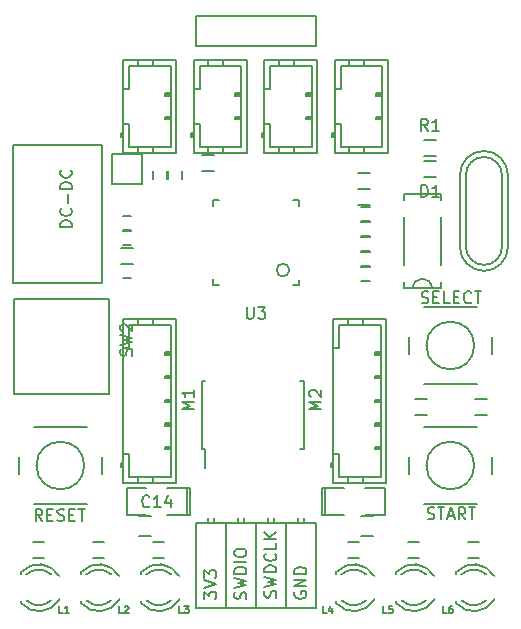
<source format=gbr>
G04 #@! TF.FileFunction,Legend,Top*
%FSLAX46Y46*%
G04 Gerber Fmt 4.6, Leading zero omitted, Abs format (unit mm)*
G04 Created by KiCad (PCBNEW 4.0.4+dfsg1-stable) date Mon Jul 31 00:00:22 2017*
%MOMM*%
%LPD*%
G01*
G04 APERTURE LIST*
%ADD10C,0.100000*%
%ADD11C,0.150000*%
G04 APERTURE END LIST*
D10*
D11*
X73914000Y-45974000D02*
X73914000Y-39878000D01*
X77978000Y-39878000D02*
X77978000Y-45974000D01*
X73914000Y-45974000D02*
G75*
G03X75946000Y-48006000I2032000J0D01*
G01*
X75946000Y-48006000D02*
G75*
G03X77978000Y-45974000I0J2032000D01*
G01*
X75946000Y-37846000D02*
G75*
G03X73914000Y-39878000I0J-2032000D01*
G01*
X77978000Y-39878000D02*
G75*
G03X75946000Y-37846000I-2032000J0D01*
G01*
X77470000Y-45974000D02*
X77470000Y-39878000D01*
X74422000Y-39878000D02*
X74422000Y-45974000D01*
X75946000Y-38354000D02*
G75*
G03X74422000Y-39878000I0J-1524000D01*
G01*
X77470000Y-39878000D02*
G75*
G03X75946000Y-38354000I-1524000J0D01*
G01*
X74422000Y-45974000D02*
G75*
G03X75946000Y-47498000I1524000J0D01*
G01*
X75946000Y-47498000D02*
G75*
G03X77470000Y-45974000I0J1524000D01*
G01*
X44180000Y-58396000D02*
X44180000Y-50396000D01*
X44180000Y-50396000D02*
X36180000Y-50396000D01*
X36180000Y-50396000D02*
X36180000Y-58396000D01*
X36180000Y-58396000D02*
X44180000Y-58396000D01*
X61722000Y-28956000D02*
X51562000Y-28956000D01*
X51562000Y-28956000D02*
X51562000Y-26416000D01*
X51562000Y-26416000D02*
X61722000Y-26416000D01*
X61722000Y-28956000D02*
X61722000Y-26416000D01*
X45370000Y-47406000D02*
X46070000Y-47406000D01*
X46070000Y-48606000D02*
X45370000Y-48606000D01*
X61855000Y-38018000D02*
X57355000Y-38018000D01*
X57355000Y-38018000D02*
X57355000Y-30118000D01*
X57355000Y-30118000D02*
X61855000Y-30118000D01*
X61855000Y-30118000D02*
X61855000Y-38018000D01*
X57355000Y-35568000D02*
X57855000Y-35568000D01*
X57855000Y-35568000D02*
X57855000Y-37518000D01*
X57855000Y-37518000D02*
X61355000Y-37518000D01*
X61355000Y-37518000D02*
X61355000Y-30618000D01*
X61355000Y-30618000D02*
X57855000Y-30618000D01*
X57855000Y-30618000D02*
X57855000Y-32568000D01*
X57855000Y-32568000D02*
X57355000Y-32568000D01*
X58555000Y-38018000D02*
X58555000Y-37518000D01*
X59855000Y-38018000D02*
X59855000Y-37518000D01*
X58555000Y-30618000D02*
X58555000Y-30118000D01*
X59855000Y-30618000D02*
X59855000Y-30118000D01*
X57355000Y-36368000D02*
X57155000Y-36368000D01*
X57155000Y-36368000D02*
X57155000Y-36668000D01*
X57155000Y-36668000D02*
X57355000Y-36668000D01*
X57255000Y-36368000D02*
X57255000Y-36668000D01*
X61355000Y-35168000D02*
X60855000Y-35168000D01*
X60855000Y-35168000D02*
X60855000Y-34968000D01*
X60855000Y-34968000D02*
X61355000Y-34968000D01*
X61355000Y-35068000D02*
X60855000Y-35068000D01*
X61355000Y-33168000D02*
X60855000Y-33168000D01*
X60855000Y-33168000D02*
X60855000Y-32968000D01*
X60855000Y-32968000D02*
X61355000Y-32968000D01*
X61355000Y-33068000D02*
X60855000Y-33068000D01*
X42095564Y-64480000D02*
G75*
G03X42095564Y-64480000I-2015564J0D01*
G01*
X37830000Y-67730000D02*
X42330000Y-67730000D01*
X36580000Y-63730000D02*
X36580000Y-65230000D01*
X42330000Y-61230000D02*
X37830000Y-61230000D01*
X43580000Y-65230000D02*
X43580000Y-63730000D01*
X46990000Y-38100000D02*
X46990000Y-40640000D01*
X46990000Y-40640000D02*
X44450000Y-40640000D01*
X44450000Y-40640000D02*
X44450000Y-38100000D01*
X44450000Y-38100000D02*
X46990000Y-38100000D01*
X61722000Y-76581000D02*
X51562000Y-76581000D01*
X60706000Y-69342000D02*
X60706000Y-68961000D01*
X60198000Y-69342000D02*
X60198000Y-68961000D01*
X58166000Y-69342000D02*
X58166000Y-68961000D01*
X57658000Y-69342000D02*
X57658000Y-68961000D01*
X55626000Y-69342000D02*
X55626000Y-68961000D01*
X55118000Y-69342000D02*
X55118000Y-68961000D01*
X52578000Y-69342000D02*
X52578000Y-68961000D01*
X53086000Y-69342000D02*
X53086000Y-68961000D01*
X61722000Y-69342000D02*
X61722000Y-76568000D01*
X59182000Y-69342000D02*
X59182000Y-76568000D01*
X59182000Y-69342000D02*
X56642000Y-69342000D01*
X56642000Y-69342000D02*
X56642000Y-76568000D01*
X59182000Y-69342000D02*
X59182000Y-71882000D01*
X61722000Y-69342000D02*
X59182000Y-69342000D01*
X54102000Y-69342000D02*
X51562000Y-69342000D01*
X51562000Y-69342000D02*
X51562000Y-76568000D01*
X54102000Y-69342000D02*
X54102000Y-76568000D01*
X56642000Y-69342000D02*
X54102000Y-69342000D01*
X56642000Y-69342000D02*
X56642000Y-71882000D01*
X63428000Y-76117000D02*
X63428000Y-75917000D01*
X63428000Y-73523000D02*
X63428000Y-73703000D01*
X66655744Y-73833357D02*
G75*
G03X63428000Y-73517000I-1727744J-1003643D01*
G01*
X65980006Y-73703932D02*
G75*
G03X63877000Y-73703000I-1052006J-1133068D01*
G01*
X63440780Y-76143726D02*
G75*
G03X66678000Y-75797000I1497220J1306726D01*
G01*
X63914111Y-75916253D02*
G75*
G03X65962000Y-75897000I1013889J1079253D01*
G01*
X52063000Y-63073000D02*
X52288000Y-63073000D01*
X52063000Y-57323000D02*
X52363000Y-57323000D01*
X60713000Y-57323000D02*
X60413000Y-57323000D01*
X60713000Y-63073000D02*
X60413000Y-63073000D01*
X52063000Y-63073000D02*
X52063000Y-57323000D01*
X60713000Y-63073000D02*
X60713000Y-57323000D01*
X52288000Y-63073000D02*
X52288000Y-64673000D01*
X59468011Y-47929800D02*
G75*
G03X59468011Y-47929800I-540011J0D01*
G01*
X60267000Y-49218000D02*
X60267000Y-48768000D01*
X53017000Y-49218000D02*
X53017000Y-48693000D01*
X53017000Y-41968000D02*
X53017000Y-42493000D01*
X60267000Y-41968000D02*
X60267000Y-42493000D01*
X60267000Y-49218000D02*
X59742000Y-49218000D01*
X60267000Y-41968000D02*
X59742000Y-41968000D01*
X53017000Y-41968000D02*
X53542000Y-41968000D01*
X53017000Y-49218000D02*
X53542000Y-49218000D01*
X71539000Y-49466000D02*
G75*
G03X69939000Y-49466000I-800000J0D01*
G01*
X72339000Y-48966000D02*
X72339000Y-49466000D01*
X72339000Y-49466000D02*
X69139000Y-49466000D01*
X72339000Y-43466000D02*
X72339000Y-47466000D01*
X69139000Y-41466000D02*
X72339000Y-41466000D01*
X72339000Y-41466000D02*
X72339000Y-41966000D01*
X69139000Y-41966000D02*
X69139000Y-41466000D01*
X69139000Y-47466000D02*
X69139000Y-43466000D01*
X69139000Y-49466000D02*
X69139000Y-48966000D01*
X36100000Y-49030000D02*
X43600000Y-49030000D01*
X36100000Y-37330000D02*
X43600000Y-37330000D01*
X43600000Y-37330000D02*
X43600000Y-49030000D01*
X36100000Y-37330000D02*
X36100000Y-49030000D01*
X45220000Y-46061000D02*
X46220000Y-46061000D01*
X46220000Y-47411000D02*
X45220000Y-47411000D01*
X38727000Y-72303000D02*
X37727000Y-72303000D01*
X37727000Y-70953000D02*
X38727000Y-70953000D01*
X43807000Y-72303000D02*
X42807000Y-72303000D01*
X42807000Y-70953000D02*
X43807000Y-70953000D01*
X48887000Y-72303000D02*
X47887000Y-72303000D01*
X47887000Y-70953000D02*
X48887000Y-70953000D01*
X65397000Y-72303000D02*
X64397000Y-72303000D01*
X64397000Y-70953000D02*
X65397000Y-70953000D01*
X76192000Y-60238000D02*
X75192000Y-60238000D01*
X75192000Y-58888000D02*
X76192000Y-58888000D01*
X70112000Y-58888000D02*
X71112000Y-58888000D01*
X71112000Y-60238000D02*
X70112000Y-60238000D01*
X66286000Y-41061000D02*
X65286000Y-41061000D01*
X65286000Y-39711000D02*
X66286000Y-39711000D01*
X75115564Y-54320000D02*
G75*
G03X75115564Y-54320000I-2015564J0D01*
G01*
X70850000Y-57570000D02*
X75350000Y-57570000D01*
X69600000Y-53570000D02*
X69600000Y-55070000D01*
X75350000Y-51070000D02*
X70850000Y-51070000D01*
X76600000Y-55070000D02*
X76600000Y-53570000D01*
X75115564Y-64480000D02*
G75*
G03X75115564Y-64480000I-2015564J0D01*
G01*
X70850000Y-67730000D02*
X75350000Y-67730000D01*
X69600000Y-63730000D02*
X69600000Y-65230000D01*
X75350000Y-61230000D02*
X70850000Y-61230000D01*
X76600000Y-65230000D02*
X76600000Y-63730000D01*
X49917000Y-65958000D02*
X45417000Y-65958000D01*
X45417000Y-65958000D02*
X45417000Y-52058000D01*
X45417000Y-52058000D02*
X49917000Y-52058000D01*
X49917000Y-52058000D02*
X49917000Y-65958000D01*
X45417000Y-63508000D02*
X45917000Y-63508000D01*
X45917000Y-63508000D02*
X45917000Y-65458000D01*
X45917000Y-65458000D02*
X49417000Y-65458000D01*
X49417000Y-65458000D02*
X49417000Y-52558000D01*
X49417000Y-52558000D02*
X45917000Y-52558000D01*
X45917000Y-52558000D02*
X45917000Y-54508000D01*
X45917000Y-54508000D02*
X45417000Y-54508000D01*
X46617000Y-65958000D02*
X46617000Y-65458000D01*
X47917000Y-65958000D02*
X47917000Y-65458000D01*
X46617000Y-52558000D02*
X46617000Y-52058000D01*
X47917000Y-52558000D02*
X47917000Y-52058000D01*
X45417000Y-64308000D02*
X45217000Y-64308000D01*
X45217000Y-64308000D02*
X45217000Y-64608000D01*
X45217000Y-64608000D02*
X45417000Y-64608000D01*
X45317000Y-64308000D02*
X45317000Y-64608000D01*
X49417000Y-63108000D02*
X48917000Y-63108000D01*
X48917000Y-63108000D02*
X48917000Y-62908000D01*
X48917000Y-62908000D02*
X49417000Y-62908000D01*
X49417000Y-63008000D02*
X48917000Y-63008000D01*
X49417000Y-61108000D02*
X48917000Y-61108000D01*
X48917000Y-61108000D02*
X48917000Y-60908000D01*
X48917000Y-60908000D02*
X49417000Y-60908000D01*
X49417000Y-61008000D02*
X48917000Y-61008000D01*
X49417000Y-59108000D02*
X48917000Y-59108000D01*
X48917000Y-59108000D02*
X48917000Y-58908000D01*
X48917000Y-58908000D02*
X49417000Y-58908000D01*
X49417000Y-59008000D02*
X48917000Y-59008000D01*
X49417000Y-57108000D02*
X48917000Y-57108000D01*
X48917000Y-57108000D02*
X48917000Y-56908000D01*
X48917000Y-56908000D02*
X49417000Y-56908000D01*
X49417000Y-57008000D02*
X48917000Y-57008000D01*
X49417000Y-55108000D02*
X48917000Y-55108000D01*
X48917000Y-55108000D02*
X48917000Y-54908000D01*
X48917000Y-54908000D02*
X49417000Y-54908000D01*
X49417000Y-55008000D02*
X48917000Y-55008000D01*
X67697000Y-65958000D02*
X63197000Y-65958000D01*
X63197000Y-65958000D02*
X63197000Y-52058000D01*
X63197000Y-52058000D02*
X67697000Y-52058000D01*
X67697000Y-52058000D02*
X67697000Y-65958000D01*
X63197000Y-63508000D02*
X63697000Y-63508000D01*
X63697000Y-63508000D02*
X63697000Y-65458000D01*
X63697000Y-65458000D02*
X67197000Y-65458000D01*
X67197000Y-65458000D02*
X67197000Y-52558000D01*
X67197000Y-52558000D02*
X63697000Y-52558000D01*
X63697000Y-52558000D02*
X63697000Y-54508000D01*
X63697000Y-54508000D02*
X63197000Y-54508000D01*
X64397000Y-65958000D02*
X64397000Y-65458000D01*
X65697000Y-65958000D02*
X65697000Y-65458000D01*
X64397000Y-52558000D02*
X64397000Y-52058000D01*
X65697000Y-52558000D02*
X65697000Y-52058000D01*
X63197000Y-64308000D02*
X62997000Y-64308000D01*
X62997000Y-64308000D02*
X62997000Y-64608000D01*
X62997000Y-64608000D02*
X63197000Y-64608000D01*
X63097000Y-64308000D02*
X63097000Y-64608000D01*
X67197000Y-63108000D02*
X66697000Y-63108000D01*
X66697000Y-63108000D02*
X66697000Y-62908000D01*
X66697000Y-62908000D02*
X67197000Y-62908000D01*
X67197000Y-63008000D02*
X66697000Y-63008000D01*
X67197000Y-61108000D02*
X66697000Y-61108000D01*
X66697000Y-61108000D02*
X66697000Y-60908000D01*
X66697000Y-60908000D02*
X67197000Y-60908000D01*
X67197000Y-61008000D02*
X66697000Y-61008000D01*
X67197000Y-59108000D02*
X66697000Y-59108000D01*
X66697000Y-59108000D02*
X66697000Y-58908000D01*
X66697000Y-58908000D02*
X67197000Y-58908000D01*
X67197000Y-59008000D02*
X66697000Y-59008000D01*
X67197000Y-57108000D02*
X66697000Y-57108000D01*
X66697000Y-57108000D02*
X66697000Y-56908000D01*
X66697000Y-56908000D02*
X67197000Y-56908000D01*
X67197000Y-57008000D02*
X66697000Y-57008000D01*
X67197000Y-55108000D02*
X66697000Y-55108000D01*
X66697000Y-55108000D02*
X66697000Y-54908000D01*
X66697000Y-54908000D02*
X67197000Y-54908000D01*
X67197000Y-55008000D02*
X66697000Y-55008000D01*
X55886000Y-38018000D02*
X51386000Y-38018000D01*
X51386000Y-38018000D02*
X51386000Y-30118000D01*
X51386000Y-30118000D02*
X55886000Y-30118000D01*
X55886000Y-30118000D02*
X55886000Y-38018000D01*
X51386000Y-35568000D02*
X51886000Y-35568000D01*
X51886000Y-35568000D02*
X51886000Y-37518000D01*
X51886000Y-37518000D02*
X55386000Y-37518000D01*
X55386000Y-37518000D02*
X55386000Y-30618000D01*
X55386000Y-30618000D02*
X51886000Y-30618000D01*
X51886000Y-30618000D02*
X51886000Y-32568000D01*
X51886000Y-32568000D02*
X51386000Y-32568000D01*
X52586000Y-38018000D02*
X52586000Y-37518000D01*
X53886000Y-38018000D02*
X53886000Y-37518000D01*
X52586000Y-30618000D02*
X52586000Y-30118000D01*
X53886000Y-30618000D02*
X53886000Y-30118000D01*
X51386000Y-36368000D02*
X51186000Y-36368000D01*
X51186000Y-36368000D02*
X51186000Y-36668000D01*
X51186000Y-36668000D02*
X51386000Y-36668000D01*
X51286000Y-36368000D02*
X51286000Y-36668000D01*
X55386000Y-35168000D02*
X54886000Y-35168000D01*
X54886000Y-35168000D02*
X54886000Y-34968000D01*
X54886000Y-34968000D02*
X55386000Y-34968000D01*
X55386000Y-35068000D02*
X54886000Y-35068000D01*
X55386000Y-33168000D02*
X54886000Y-33168000D01*
X54886000Y-33168000D02*
X54886000Y-32968000D01*
X54886000Y-32968000D02*
X55386000Y-32968000D01*
X55386000Y-33068000D02*
X54886000Y-33068000D01*
X67824000Y-38018000D02*
X63324000Y-38018000D01*
X63324000Y-38018000D02*
X63324000Y-30118000D01*
X63324000Y-30118000D02*
X67824000Y-30118000D01*
X67824000Y-30118000D02*
X67824000Y-38018000D01*
X63324000Y-35568000D02*
X63824000Y-35568000D01*
X63824000Y-35568000D02*
X63824000Y-37518000D01*
X63824000Y-37518000D02*
X67324000Y-37518000D01*
X67324000Y-37518000D02*
X67324000Y-30618000D01*
X67324000Y-30618000D02*
X63824000Y-30618000D01*
X63824000Y-30618000D02*
X63824000Y-32568000D01*
X63824000Y-32568000D02*
X63324000Y-32568000D01*
X64524000Y-38018000D02*
X64524000Y-37518000D01*
X65824000Y-38018000D02*
X65824000Y-37518000D01*
X64524000Y-30618000D02*
X64524000Y-30118000D01*
X65824000Y-30618000D02*
X65824000Y-30118000D01*
X63324000Y-36368000D02*
X63124000Y-36368000D01*
X63124000Y-36368000D02*
X63124000Y-36668000D01*
X63124000Y-36668000D02*
X63324000Y-36668000D01*
X63224000Y-36368000D02*
X63224000Y-36668000D01*
X67324000Y-35168000D02*
X66824000Y-35168000D01*
X66824000Y-35168000D02*
X66824000Y-34968000D01*
X66824000Y-34968000D02*
X67324000Y-34968000D01*
X67324000Y-35068000D02*
X66824000Y-35068000D01*
X67324000Y-33168000D02*
X66824000Y-33168000D01*
X66824000Y-33168000D02*
X66824000Y-32968000D01*
X66824000Y-32968000D02*
X67324000Y-32968000D01*
X67324000Y-33068000D02*
X66824000Y-33068000D01*
X49917000Y-38018000D02*
X45417000Y-38018000D01*
X45417000Y-38018000D02*
X45417000Y-30118000D01*
X45417000Y-30118000D02*
X49917000Y-30118000D01*
X49917000Y-30118000D02*
X49917000Y-38018000D01*
X45417000Y-35568000D02*
X45917000Y-35568000D01*
X45917000Y-35568000D02*
X45917000Y-37518000D01*
X45917000Y-37518000D02*
X49417000Y-37518000D01*
X49417000Y-37518000D02*
X49417000Y-30618000D01*
X49417000Y-30618000D02*
X45917000Y-30618000D01*
X45917000Y-30618000D02*
X45917000Y-32568000D01*
X45917000Y-32568000D02*
X45417000Y-32568000D01*
X46617000Y-38018000D02*
X46617000Y-37518000D01*
X47917000Y-38018000D02*
X47917000Y-37518000D01*
X46617000Y-30618000D02*
X46617000Y-30118000D01*
X47917000Y-30618000D02*
X47917000Y-30118000D01*
X45417000Y-36368000D02*
X45217000Y-36368000D01*
X45217000Y-36368000D02*
X45217000Y-36668000D01*
X45217000Y-36668000D02*
X45417000Y-36668000D01*
X45317000Y-36368000D02*
X45317000Y-36668000D01*
X49417000Y-35168000D02*
X48917000Y-35168000D01*
X48917000Y-35168000D02*
X48917000Y-34968000D01*
X48917000Y-34968000D02*
X49417000Y-34968000D01*
X49417000Y-35068000D02*
X48917000Y-35068000D01*
X49417000Y-33168000D02*
X48917000Y-33168000D01*
X48917000Y-33168000D02*
X48917000Y-32968000D01*
X48917000Y-32968000D02*
X49417000Y-32968000D01*
X49417000Y-33068000D02*
X48917000Y-33068000D01*
X46918000Y-76117000D02*
X46918000Y-75917000D01*
X46918000Y-73523000D02*
X46918000Y-73703000D01*
X50145744Y-73833357D02*
G75*
G03X46918000Y-73517000I-1727744J-1003643D01*
G01*
X49470006Y-73703932D02*
G75*
G03X47367000Y-73703000I-1052006J-1133068D01*
G01*
X46930780Y-76143726D02*
G75*
G03X50168000Y-75797000I1497220J1306726D01*
G01*
X47404111Y-75916253D02*
G75*
G03X49452000Y-75897000I1013889J1079253D01*
G01*
X41838000Y-76117000D02*
X41838000Y-75917000D01*
X41838000Y-73523000D02*
X41838000Y-73703000D01*
X45065744Y-73833357D02*
G75*
G03X41838000Y-73517000I-1727744J-1003643D01*
G01*
X44390006Y-73703932D02*
G75*
G03X42287000Y-73703000I-1052006J-1133068D01*
G01*
X41850780Y-76143726D02*
G75*
G03X45088000Y-75797000I1497220J1306726D01*
G01*
X42324111Y-75916253D02*
G75*
G03X44372000Y-75897000I1013889J1079253D01*
G01*
X36758000Y-76117000D02*
X36758000Y-75917000D01*
X36758000Y-73523000D02*
X36758000Y-73703000D01*
X39985744Y-73833357D02*
G75*
G03X36758000Y-73517000I-1727744J-1003643D01*
G01*
X39310006Y-73703932D02*
G75*
G03X37207000Y-73703000I-1052006J-1133068D01*
G01*
X36770780Y-76143726D02*
G75*
G03X40008000Y-75797000I1497220J1306726D01*
G01*
X37244111Y-75916253D02*
G75*
G03X39292000Y-75897000I1013889J1079253D01*
G01*
X68508000Y-76117000D02*
X68508000Y-75917000D01*
X68508000Y-73523000D02*
X68508000Y-73703000D01*
X71735744Y-73833357D02*
G75*
G03X68508000Y-73517000I-1727744J-1003643D01*
G01*
X71060006Y-73703932D02*
G75*
G03X68957000Y-73703000I-1052006J-1133068D01*
G01*
X68520780Y-76143726D02*
G75*
G03X71758000Y-75797000I1497220J1306726D01*
G01*
X68994111Y-75916253D02*
G75*
G03X71042000Y-75897000I1013889J1079253D01*
G01*
X73588000Y-76117000D02*
X73588000Y-75917000D01*
X73588000Y-73523000D02*
X73588000Y-73703000D01*
X76815744Y-73833357D02*
G75*
G03X73588000Y-73517000I-1727744J-1003643D01*
G01*
X76140006Y-73703932D02*
G75*
G03X74037000Y-73703000I-1052006J-1133068D01*
G01*
X73600780Y-76143726D02*
G75*
G03X76838000Y-75797000I1497220J1306726D01*
G01*
X74074111Y-75916253D02*
G75*
G03X76122000Y-75897000I1013889J1079253D01*
G01*
X70477000Y-72303000D02*
X69477000Y-72303000D01*
X69477000Y-70953000D02*
X70477000Y-70953000D01*
X75557000Y-72303000D02*
X74557000Y-72303000D01*
X74557000Y-70953000D02*
X75557000Y-70953000D01*
X65563000Y-42580000D02*
X66263000Y-42580000D01*
X66263000Y-43780000D02*
X65563000Y-43780000D01*
X65563000Y-46390000D02*
X66263000Y-46390000D01*
X66263000Y-47590000D02*
X65563000Y-47590000D01*
X65563000Y-45120000D02*
X66263000Y-45120000D01*
X66263000Y-46320000D02*
X65563000Y-46320000D01*
X62484000Y-66421000D02*
X62230000Y-66421000D01*
X62230000Y-66421000D02*
X62230000Y-68707000D01*
X62230000Y-68707000D02*
X62484000Y-68707000D01*
X62484000Y-66421000D02*
X62484000Y-68707000D01*
X62484000Y-68707000D02*
X64135000Y-68707000D01*
X65913000Y-66421000D02*
X67564000Y-66421000D01*
X67564000Y-66421000D02*
X67564000Y-68707000D01*
X67564000Y-68707000D02*
X65913000Y-68707000D01*
X64135000Y-66421000D02*
X62484000Y-66421000D01*
X50800000Y-68707000D02*
X51054000Y-68707000D01*
X51054000Y-68707000D02*
X51054000Y-66421000D01*
X51054000Y-66421000D02*
X50800000Y-66421000D01*
X50800000Y-68707000D02*
X50800000Y-66421000D01*
X50800000Y-66421000D02*
X49149000Y-66421000D01*
X47371000Y-68707000D02*
X45720000Y-68707000D01*
X45720000Y-68707000D02*
X45720000Y-66421000D01*
X45720000Y-66421000D02*
X47371000Y-66421000D01*
X49149000Y-68707000D02*
X50800000Y-68707000D01*
X45370000Y-44612000D02*
X46070000Y-44612000D01*
X46070000Y-45812000D02*
X45370000Y-45812000D01*
X45370000Y-43342000D02*
X46070000Y-43342000D01*
X46070000Y-44542000D02*
X45370000Y-44542000D01*
X66263000Y-48860000D02*
X65563000Y-48860000D01*
X65563000Y-47660000D02*
X66263000Y-47660000D01*
X49184000Y-40228000D02*
X49184000Y-39528000D01*
X50384000Y-39528000D02*
X50384000Y-40228000D01*
X47914000Y-40228000D02*
X47914000Y-39528000D01*
X49114000Y-39528000D02*
X49114000Y-40228000D01*
X65563000Y-43850000D02*
X66263000Y-43850000D01*
X66263000Y-45050000D02*
X65563000Y-45050000D01*
X65286000Y-41108000D02*
X66286000Y-41108000D01*
X66286000Y-42458000D02*
X65286000Y-42458000D01*
X53078000Y-39537000D02*
X52078000Y-39537000D01*
X52078000Y-38187000D02*
X53078000Y-38187000D01*
X46744000Y-70446000D02*
X47744000Y-70446000D01*
X47744000Y-68746000D02*
X46744000Y-68746000D01*
X66540000Y-68746000D02*
X65540000Y-68746000D01*
X65540000Y-70446000D02*
X66540000Y-70446000D01*
X71874000Y-38267000D02*
X70874000Y-38267000D01*
X70874000Y-36917000D02*
X71874000Y-36917000D01*
X70874000Y-38695000D02*
X71874000Y-38695000D01*
X71874000Y-40045000D02*
X70874000Y-40045000D01*
X46124762Y-55181333D02*
X46172381Y-55038476D01*
X46172381Y-54800380D01*
X46124762Y-54705142D01*
X46077143Y-54657523D01*
X45981905Y-54609904D01*
X45886667Y-54609904D01*
X45791429Y-54657523D01*
X45743810Y-54705142D01*
X45696190Y-54800380D01*
X45648571Y-54990857D01*
X45600952Y-55086095D01*
X45553333Y-55133714D01*
X45458095Y-55181333D01*
X45362857Y-55181333D01*
X45267619Y-55133714D01*
X45220000Y-55086095D01*
X45172381Y-54990857D01*
X45172381Y-54752761D01*
X45220000Y-54609904D01*
X45172381Y-54276571D02*
X46172381Y-54038476D01*
X45458095Y-53847999D01*
X46172381Y-53657523D01*
X45172381Y-53419428D01*
X45267619Y-53086095D02*
X45220000Y-53038476D01*
X45172381Y-52943238D01*
X45172381Y-52705142D01*
X45220000Y-52609904D01*
X45267619Y-52562285D01*
X45362857Y-52514666D01*
X45458095Y-52514666D01*
X45600952Y-52562285D01*
X46172381Y-53133714D01*
X46172381Y-52514666D01*
X38552619Y-69159381D02*
X38219285Y-68683190D01*
X37981190Y-69159381D02*
X37981190Y-68159381D01*
X38362143Y-68159381D01*
X38457381Y-68207000D01*
X38505000Y-68254619D01*
X38552619Y-68349857D01*
X38552619Y-68492714D01*
X38505000Y-68587952D01*
X38457381Y-68635571D01*
X38362143Y-68683190D01*
X37981190Y-68683190D01*
X38981190Y-68635571D02*
X39314524Y-68635571D01*
X39457381Y-69159381D02*
X38981190Y-69159381D01*
X38981190Y-68159381D01*
X39457381Y-68159381D01*
X39838333Y-69111762D02*
X39981190Y-69159381D01*
X40219286Y-69159381D01*
X40314524Y-69111762D01*
X40362143Y-69064143D01*
X40409762Y-68968905D01*
X40409762Y-68873667D01*
X40362143Y-68778429D01*
X40314524Y-68730810D01*
X40219286Y-68683190D01*
X40028809Y-68635571D01*
X39933571Y-68587952D01*
X39885952Y-68540333D01*
X39838333Y-68445095D01*
X39838333Y-68349857D01*
X39885952Y-68254619D01*
X39933571Y-68207000D01*
X40028809Y-68159381D01*
X40266905Y-68159381D01*
X40409762Y-68207000D01*
X40838333Y-68635571D02*
X41171667Y-68635571D01*
X41314524Y-69159381D02*
X40838333Y-69159381D01*
X40838333Y-68159381D01*
X41314524Y-68159381D01*
X41600238Y-68159381D02*
X42171667Y-68159381D01*
X41885952Y-69159381D02*
X41885952Y-68159381D01*
X41072381Y-44290952D02*
X40072381Y-44290952D01*
X40072381Y-44052857D01*
X40120000Y-43909999D01*
X40215238Y-43814761D01*
X40310476Y-43767142D01*
X40500952Y-43719523D01*
X40643810Y-43719523D01*
X40834286Y-43767142D01*
X40929524Y-43814761D01*
X41024762Y-43909999D01*
X41072381Y-44052857D01*
X41072381Y-44290952D01*
X40977143Y-42719523D02*
X41024762Y-42767142D01*
X41072381Y-42909999D01*
X41072381Y-43005237D01*
X41024762Y-43148095D01*
X40929524Y-43243333D01*
X40834286Y-43290952D01*
X40643810Y-43338571D01*
X40500952Y-43338571D01*
X40310476Y-43290952D01*
X40215238Y-43243333D01*
X40120000Y-43148095D01*
X40072381Y-43005237D01*
X40072381Y-42909999D01*
X40120000Y-42767142D01*
X40167619Y-42719523D01*
X40691429Y-42290952D02*
X40691429Y-41529047D01*
X41072381Y-41052857D02*
X40072381Y-41052857D01*
X40072381Y-40814762D01*
X40120000Y-40671904D01*
X40215238Y-40576666D01*
X40310476Y-40529047D01*
X40500952Y-40481428D01*
X40643810Y-40481428D01*
X40834286Y-40529047D01*
X40929524Y-40576666D01*
X41024762Y-40671904D01*
X41072381Y-40814762D01*
X41072381Y-41052857D01*
X40977143Y-39481428D02*
X41024762Y-39529047D01*
X41072381Y-39671904D01*
X41072381Y-39767142D01*
X41024762Y-39910000D01*
X40929524Y-40005238D01*
X40834286Y-40052857D01*
X40643810Y-40100476D01*
X40500952Y-40100476D01*
X40310476Y-40052857D01*
X40215238Y-40005238D01*
X40120000Y-39910000D01*
X40072381Y-39767142D01*
X40072381Y-39671904D01*
X40120000Y-39529047D01*
X40167619Y-39481428D01*
X58316762Y-75659905D02*
X58364381Y-75517048D01*
X58364381Y-75278952D01*
X58316762Y-75183714D01*
X58269143Y-75136095D01*
X58173905Y-75088476D01*
X58078667Y-75088476D01*
X57983429Y-75136095D01*
X57935810Y-75183714D01*
X57888190Y-75278952D01*
X57840571Y-75469429D01*
X57792952Y-75564667D01*
X57745333Y-75612286D01*
X57650095Y-75659905D01*
X57554857Y-75659905D01*
X57459619Y-75612286D01*
X57412000Y-75564667D01*
X57364381Y-75469429D01*
X57364381Y-75231333D01*
X57412000Y-75088476D01*
X57364381Y-74755143D02*
X58364381Y-74517048D01*
X57650095Y-74326571D01*
X58364381Y-74136095D01*
X57364381Y-73898000D01*
X58364381Y-73517048D02*
X57364381Y-73517048D01*
X57364381Y-73278953D01*
X57412000Y-73136095D01*
X57507238Y-73040857D01*
X57602476Y-72993238D01*
X57792952Y-72945619D01*
X57935810Y-72945619D01*
X58126286Y-72993238D01*
X58221524Y-73040857D01*
X58316762Y-73136095D01*
X58364381Y-73278953D01*
X58364381Y-73517048D01*
X58269143Y-71945619D02*
X58316762Y-71993238D01*
X58364381Y-72136095D01*
X58364381Y-72231333D01*
X58316762Y-72374191D01*
X58221524Y-72469429D01*
X58126286Y-72517048D01*
X57935810Y-72564667D01*
X57792952Y-72564667D01*
X57602476Y-72517048D01*
X57507238Y-72469429D01*
X57412000Y-72374191D01*
X57364381Y-72231333D01*
X57364381Y-72136095D01*
X57412000Y-71993238D01*
X57459619Y-71945619D01*
X58364381Y-71040857D02*
X58364381Y-71517048D01*
X57364381Y-71517048D01*
X58364381Y-70707524D02*
X57364381Y-70707524D01*
X58364381Y-70136095D02*
X57792952Y-70564667D01*
X57364381Y-70136095D02*
X57935810Y-70707524D01*
X52284381Y-75787095D02*
X52284381Y-75168047D01*
X52665333Y-75501381D01*
X52665333Y-75358523D01*
X52712952Y-75263285D01*
X52760571Y-75215666D01*
X52855810Y-75168047D01*
X53093905Y-75168047D01*
X53189143Y-75215666D01*
X53236762Y-75263285D01*
X53284381Y-75358523D01*
X53284381Y-75644238D01*
X53236762Y-75739476D01*
X53189143Y-75787095D01*
X52284381Y-74882333D02*
X53284381Y-74549000D01*
X52284381Y-74215666D01*
X52284381Y-73977571D02*
X52284381Y-73358523D01*
X52665333Y-73691857D01*
X52665333Y-73548999D01*
X52712952Y-73453761D01*
X52760571Y-73406142D01*
X52855810Y-73358523D01*
X53093905Y-73358523D01*
X53189143Y-73406142D01*
X53236762Y-73453761D01*
X53284381Y-73548999D01*
X53284381Y-73834714D01*
X53236762Y-73929952D01*
X53189143Y-73977571D01*
X55776762Y-75779047D02*
X55824381Y-75636190D01*
X55824381Y-75398094D01*
X55776762Y-75302856D01*
X55729143Y-75255237D01*
X55633905Y-75207618D01*
X55538667Y-75207618D01*
X55443429Y-75255237D01*
X55395810Y-75302856D01*
X55348190Y-75398094D01*
X55300571Y-75588571D01*
X55252952Y-75683809D01*
X55205333Y-75731428D01*
X55110095Y-75779047D01*
X55014857Y-75779047D01*
X54919619Y-75731428D01*
X54872000Y-75683809D01*
X54824381Y-75588571D01*
X54824381Y-75350475D01*
X54872000Y-75207618D01*
X54824381Y-74874285D02*
X55824381Y-74636190D01*
X55110095Y-74445713D01*
X55824381Y-74255237D01*
X54824381Y-74017142D01*
X55824381Y-73636190D02*
X54824381Y-73636190D01*
X54824381Y-73398095D01*
X54872000Y-73255237D01*
X54967238Y-73159999D01*
X55062476Y-73112380D01*
X55252952Y-73064761D01*
X55395810Y-73064761D01*
X55586286Y-73112380D01*
X55681524Y-73159999D01*
X55776762Y-73255237D01*
X55824381Y-73398095D01*
X55824381Y-73636190D01*
X55824381Y-72636190D02*
X54824381Y-72636190D01*
X54824381Y-71969524D02*
X54824381Y-71779047D01*
X54872000Y-71683809D01*
X54967238Y-71588571D01*
X55157714Y-71540952D01*
X55491048Y-71540952D01*
X55681524Y-71588571D01*
X55776762Y-71683809D01*
X55824381Y-71779047D01*
X55824381Y-71969524D01*
X55776762Y-72064762D01*
X55681524Y-72160000D01*
X55491048Y-72207619D01*
X55157714Y-72207619D01*
X54967238Y-72160000D01*
X54872000Y-72064762D01*
X54824381Y-71969524D01*
X59952000Y-75183904D02*
X59904381Y-75279142D01*
X59904381Y-75421999D01*
X59952000Y-75564857D01*
X60047238Y-75660095D01*
X60142476Y-75707714D01*
X60332952Y-75755333D01*
X60475810Y-75755333D01*
X60666286Y-75707714D01*
X60761524Y-75660095D01*
X60856762Y-75564857D01*
X60904381Y-75421999D01*
X60904381Y-75326761D01*
X60856762Y-75183904D01*
X60809143Y-75136285D01*
X60475810Y-75136285D01*
X60475810Y-75326761D01*
X60904381Y-74707714D02*
X59904381Y-74707714D01*
X60904381Y-74136285D01*
X59904381Y-74136285D01*
X60904381Y-73660095D02*
X59904381Y-73660095D01*
X59904381Y-73422000D01*
X59952000Y-73279142D01*
X60047238Y-73183904D01*
X60142476Y-73136285D01*
X60332952Y-73088666D01*
X60475810Y-73088666D01*
X60666286Y-73136285D01*
X60761524Y-73183904D01*
X60856762Y-73279142D01*
X60904381Y-73422000D01*
X60904381Y-73660095D01*
X62638000Y-76979429D02*
X62352286Y-76979429D01*
X62352286Y-76379429D01*
X63095143Y-76579429D02*
X63095143Y-76979429D01*
X62952286Y-76350857D02*
X62809429Y-76779429D01*
X63180857Y-76779429D01*
X55880095Y-51045381D02*
X55880095Y-51854905D01*
X55927714Y-51950143D01*
X55975333Y-51997762D01*
X56070571Y-52045381D01*
X56261048Y-52045381D01*
X56356286Y-51997762D01*
X56403905Y-51950143D01*
X56451524Y-51854905D01*
X56451524Y-51045381D01*
X56832476Y-51045381D02*
X57451524Y-51045381D01*
X57118190Y-51426333D01*
X57261048Y-51426333D01*
X57356286Y-51473952D01*
X57403905Y-51521571D01*
X57451524Y-51616810D01*
X57451524Y-51854905D01*
X57403905Y-51950143D01*
X57356286Y-51997762D01*
X57261048Y-52045381D01*
X56975333Y-52045381D01*
X56880095Y-51997762D01*
X56832476Y-51950143D01*
X70675809Y-50696762D02*
X70818666Y-50744381D01*
X71056762Y-50744381D01*
X71152000Y-50696762D01*
X71199619Y-50649143D01*
X71247238Y-50553905D01*
X71247238Y-50458667D01*
X71199619Y-50363429D01*
X71152000Y-50315810D01*
X71056762Y-50268190D01*
X70866285Y-50220571D01*
X70771047Y-50172952D01*
X70723428Y-50125333D01*
X70675809Y-50030095D01*
X70675809Y-49934857D01*
X70723428Y-49839619D01*
X70771047Y-49792000D01*
X70866285Y-49744381D01*
X71104381Y-49744381D01*
X71247238Y-49792000D01*
X71675809Y-50220571D02*
X72009143Y-50220571D01*
X72152000Y-50744381D02*
X71675809Y-50744381D01*
X71675809Y-49744381D01*
X72152000Y-49744381D01*
X73056762Y-50744381D02*
X72580571Y-50744381D01*
X72580571Y-49744381D01*
X73390095Y-50220571D02*
X73723429Y-50220571D01*
X73866286Y-50744381D02*
X73390095Y-50744381D01*
X73390095Y-49744381D01*
X73866286Y-49744381D01*
X74866286Y-50649143D02*
X74818667Y-50696762D01*
X74675810Y-50744381D01*
X74580572Y-50744381D01*
X74437714Y-50696762D01*
X74342476Y-50601524D01*
X74294857Y-50506286D01*
X74247238Y-50315810D01*
X74247238Y-50172952D01*
X74294857Y-49982476D01*
X74342476Y-49887238D01*
X74437714Y-49792000D01*
X74580572Y-49744381D01*
X74675810Y-49744381D01*
X74818667Y-49792000D01*
X74866286Y-49839619D01*
X75152000Y-49744381D02*
X75723429Y-49744381D01*
X75437714Y-50744381D02*
X75437714Y-49744381D01*
X71175809Y-68984762D02*
X71318666Y-69032381D01*
X71556762Y-69032381D01*
X71652000Y-68984762D01*
X71699619Y-68937143D01*
X71747238Y-68841905D01*
X71747238Y-68746667D01*
X71699619Y-68651429D01*
X71652000Y-68603810D01*
X71556762Y-68556190D01*
X71366285Y-68508571D01*
X71271047Y-68460952D01*
X71223428Y-68413333D01*
X71175809Y-68318095D01*
X71175809Y-68222857D01*
X71223428Y-68127619D01*
X71271047Y-68080000D01*
X71366285Y-68032381D01*
X71604381Y-68032381D01*
X71747238Y-68080000D01*
X72032952Y-68032381D02*
X72604381Y-68032381D01*
X72318666Y-69032381D02*
X72318666Y-68032381D01*
X72890095Y-68746667D02*
X73366286Y-68746667D01*
X72794857Y-69032381D02*
X73128190Y-68032381D01*
X73461524Y-69032381D01*
X74366286Y-69032381D02*
X74032952Y-68556190D01*
X73794857Y-69032381D02*
X73794857Y-68032381D01*
X74175810Y-68032381D01*
X74271048Y-68080000D01*
X74318667Y-68127619D01*
X74366286Y-68222857D01*
X74366286Y-68365714D01*
X74318667Y-68460952D01*
X74271048Y-68508571D01*
X74175810Y-68556190D01*
X73794857Y-68556190D01*
X74652000Y-68032381D02*
X75223429Y-68032381D01*
X74937714Y-69032381D02*
X74937714Y-68032381D01*
X51379381Y-59737524D02*
X50379381Y-59737524D01*
X51093667Y-59404190D01*
X50379381Y-59070857D01*
X51379381Y-59070857D01*
X51379381Y-58070857D02*
X51379381Y-58642286D01*
X51379381Y-58356572D02*
X50379381Y-58356572D01*
X50522238Y-58451810D01*
X50617476Y-58547048D01*
X50665095Y-58642286D01*
X62174381Y-59737524D02*
X61174381Y-59737524D01*
X61888667Y-59404190D01*
X61174381Y-59070857D01*
X62174381Y-59070857D01*
X61269619Y-58642286D02*
X61222000Y-58594667D01*
X61174381Y-58499429D01*
X61174381Y-58261333D01*
X61222000Y-58166095D01*
X61269619Y-58118476D01*
X61364857Y-58070857D01*
X61460095Y-58070857D01*
X61602952Y-58118476D01*
X62174381Y-58689905D01*
X62174381Y-58070857D01*
X50446000Y-76979429D02*
X50160286Y-76979429D01*
X50160286Y-76379429D01*
X50588857Y-76379429D02*
X50960286Y-76379429D01*
X50760286Y-76608000D01*
X50846000Y-76608000D01*
X50903143Y-76636571D01*
X50931714Y-76665143D01*
X50960286Y-76722286D01*
X50960286Y-76865143D01*
X50931714Y-76922286D01*
X50903143Y-76950857D01*
X50846000Y-76979429D01*
X50674572Y-76979429D01*
X50617429Y-76950857D01*
X50588857Y-76922286D01*
X45366000Y-76979429D02*
X45080286Y-76979429D01*
X45080286Y-76379429D01*
X45537429Y-76436571D02*
X45566000Y-76408000D01*
X45623143Y-76379429D01*
X45766000Y-76379429D01*
X45823143Y-76408000D01*
X45851714Y-76436571D01*
X45880286Y-76493714D01*
X45880286Y-76550857D01*
X45851714Y-76636571D01*
X45508857Y-76979429D01*
X45880286Y-76979429D01*
X40286000Y-76979429D02*
X40000286Y-76979429D01*
X40000286Y-76379429D01*
X40800286Y-76979429D02*
X40457429Y-76979429D01*
X40628857Y-76979429D02*
X40628857Y-76379429D01*
X40571714Y-76465143D01*
X40514572Y-76522286D01*
X40457429Y-76550857D01*
X67718000Y-76979429D02*
X67432286Y-76979429D01*
X67432286Y-76379429D01*
X68203714Y-76379429D02*
X67918000Y-76379429D01*
X67889429Y-76665143D01*
X67918000Y-76636571D01*
X67975143Y-76608000D01*
X68118000Y-76608000D01*
X68175143Y-76636571D01*
X68203714Y-76665143D01*
X68232286Y-76722286D01*
X68232286Y-76865143D01*
X68203714Y-76922286D01*
X68175143Y-76950857D01*
X68118000Y-76979429D01*
X67975143Y-76979429D01*
X67918000Y-76950857D01*
X67889429Y-76922286D01*
X72798000Y-76979429D02*
X72512286Y-76979429D01*
X72512286Y-76379429D01*
X73255143Y-76379429D02*
X73140857Y-76379429D01*
X73083714Y-76408000D01*
X73055143Y-76436571D01*
X72998000Y-76522286D01*
X72969429Y-76636571D01*
X72969429Y-76865143D01*
X72998000Y-76922286D01*
X73026572Y-76950857D01*
X73083714Y-76979429D01*
X73198000Y-76979429D01*
X73255143Y-76950857D01*
X73283714Y-76922286D01*
X73312286Y-76865143D01*
X73312286Y-76722286D01*
X73283714Y-76665143D01*
X73255143Y-76636571D01*
X73198000Y-76608000D01*
X73083714Y-76608000D01*
X73026572Y-76636571D01*
X72998000Y-76665143D01*
X72969429Y-76722286D01*
X47617143Y-67921143D02*
X47569524Y-67968762D01*
X47426667Y-68016381D01*
X47331429Y-68016381D01*
X47188571Y-67968762D01*
X47093333Y-67873524D01*
X47045714Y-67778286D01*
X46998095Y-67587810D01*
X46998095Y-67444952D01*
X47045714Y-67254476D01*
X47093333Y-67159238D01*
X47188571Y-67064000D01*
X47331429Y-67016381D01*
X47426667Y-67016381D01*
X47569524Y-67064000D01*
X47617143Y-67111619D01*
X48569524Y-68016381D02*
X47998095Y-68016381D01*
X48283809Y-68016381D02*
X48283809Y-67016381D01*
X48188571Y-67159238D01*
X48093333Y-67254476D01*
X47998095Y-67302095D01*
X49426667Y-67349714D02*
X49426667Y-68016381D01*
X49188571Y-66968762D02*
X48950476Y-67683048D01*
X49569524Y-67683048D01*
X71207334Y-36144381D02*
X70874000Y-35668190D01*
X70635905Y-36144381D02*
X70635905Y-35144381D01*
X71016858Y-35144381D01*
X71112096Y-35192000D01*
X71159715Y-35239619D01*
X71207334Y-35334857D01*
X71207334Y-35477714D01*
X71159715Y-35572952D01*
X71112096Y-35620571D01*
X71016858Y-35668190D01*
X70635905Y-35668190D01*
X72159715Y-36144381D02*
X71588286Y-36144381D01*
X71874000Y-36144381D02*
X71874000Y-35144381D01*
X71778762Y-35287238D01*
X71683524Y-35382476D01*
X71588286Y-35430095D01*
X70635905Y-41722381D02*
X70635905Y-40722381D01*
X70874000Y-40722381D01*
X71016858Y-40770000D01*
X71112096Y-40865238D01*
X71159715Y-40960476D01*
X71207334Y-41150952D01*
X71207334Y-41293810D01*
X71159715Y-41484286D01*
X71112096Y-41579524D01*
X71016858Y-41674762D01*
X70874000Y-41722381D01*
X70635905Y-41722381D01*
X72159715Y-41722381D02*
X71588286Y-41722381D01*
X71874000Y-41722381D02*
X71874000Y-40722381D01*
X71778762Y-40865238D01*
X71683524Y-40960476D01*
X71588286Y-41008095D01*
M02*

</source>
